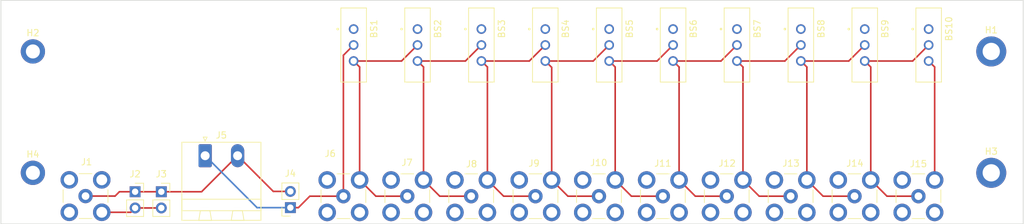
<source format=kicad_pcb>
(kicad_pcb (version 20221018) (generator pcbnew)
  (layers (0 "F.Cu" signal) (31 "B.Cu" signal) (34 "B.Paste" user) (35 "F.Paste" user) (36 "B.SilkS" user "B.Silkscreen") (37 "F.SilkS" user "F.Silkscreen") (38 "B.Mask" user) (39 "F.Mask" user) (44 "Edge.Cuts" user))
  (net 0 "")
  (net 1 "Net-(J1-In)")
  (net 3 "Net-(J6-Ext)")
  (net 5 "Net-(J7-Ext)")
  (net 7 "Net-(J8-Ext)")
  (net 9 "Net-(J10-In)")
  (net 11 "Net-(J10-Ext)")
  (net 13 "Net-(J11-Ext)")
  (net 15 "Net-(J12-Ext)")
  (net 17 "Net-(J13-Ext)")
  (net 19 "Net-(J14-Ext)")
  (net 21 "Net-(J1-Ext)")
  (net 22 "Net-(J4-Pin_1)")
  (footprint "footprints:SW_EG1218" (layer "F.Cu") (at 155.2 87 -90)
    (fp_text reference "BS4" (at -2.54 -3.175 90) (layer "F.SilkS"))
    (fp_text value "EG1218")
    (fp_line (start -5.8 -2) (end 5.8 -2) (stroke (width 0.127)) (layer "F.SilkS"))
    (fp_line (start -5.8 2) (end -5.8 -2) (stroke (width 0.127)) (layer "F.SilkS"))
    (fp_line (start 5.8 -2) (end 5.8 2) (stroke (width 0.127)) (layer "F.SilkS"))
    (fp_line (start 5.8 2) (end -5.8 2) (stroke (width 0.127)) (layer "F.SilkS"))
    (fp_circle (center -2.5 2.5) (end -2.4 2.5) (stroke (width 0.2)) (fill none) (layer "F.SilkS"))
    (pad "1" thru_hole circle (at -2.5 0 270) (size 1.508 1.508) (drill 1) (layers "*.Cu" "*.Mask"))
    (pad "2" thru_hole circle (at 0 0 270) (size 1.508 1.508) (drill 1) (layers "*.Cu" "*.Mask") (net 7 "Net-(J8-Ext)"))
    (pad "3" thru_hole circle (at 2.5 0 270) (size 1.508 1.508) (drill 1) (layers "*.Cu" "*.Mask") (net 9 "Net-(J10-In)"))
  )
  (footprint "MountingHole:MountingHole_2.7mm_M2.5_DIN965_Pad" (layer "F.Cu") (at 225 107)
    (fp_text reference "H3" (at 0 -3.35) (layer "F.SilkS"))
    (fp_text value "MountingHole")
    (pad "1" thru_hole circle (at 0 0) (size 4.7 4.7) (drill 2.7) (layers "*.Cu" "*.Mask"))
  )
  (footprint "footprints:SW_EG1218" (layer "F.Cu") (at 215.2 87 -90)
    (fp_text reference "BS10" (at -2.54 -3.175 90) (layer "F.SilkS"))
    (fp_text value "EG1218")
    (fp_line (start -5.8 -2) (end 5.8 -2) (stroke (width 0.127)) (layer "F.SilkS"))
    (fp_line (start -5.8 2) (end -5.8 -2) (stroke (width 0.127)) (layer "F.SilkS"))
    (fp_line (start 5.8 -2) (end 5.8 2) (stroke (width 0.127)) (layer "F.SilkS"))
    (fp_line (start 5.8 2) (end -5.8 2) (stroke (width 0.127)) (layer "F.SilkS"))
    (fp_circle (center -2.5 2.5) (end -2.4 2.5) (stroke (width 0.2)) (fill none) (layer "F.SilkS"))
    (pad "1" thru_hole circle (at -2.5 0 270) (size 1.508 1.508) (drill 1) (layers "*.Cu" "*.Mask"))
    (pad "2" thru_hole circle (at 0 0 270) (size 1.508 1.508) (drill 1) (layers "*.Cu" "*.Mask") (net 19 "Net-(J14-Ext)"))
    (pad "3" thru_hole circle (at 2.5 0 270) (size 1.508 1.508) (drill 1) (layers "*.Cu" "*.Mask") (net 21 "Net-(J1-Ext)"))
  )
  (footprint "MountingHole:MountingHole_2.7mm_M2.5_DIN965_Pad" (layer "F.Cu") (at 225 88)
    (fp_text reference "H1" (at 0 -3.35) (layer "F.SilkS"))
    (fp_text value "MountingHole")
    (pad "1" thru_hole circle (at 0 0) (size 4.7 4.7) (drill 2.7) (layers "*.Cu" "*.Mask"))
  )
  (footprint "footprints:SW_EG1218" (layer "F.Cu") (at 125.2 87 -90)
    (fp_text reference "BS1" (at -2.54 -3.175 90) (layer "F.SilkS"))
    (fp_text value "EG1218")
    (fp_line (start -5.8 -2) (end 5.8 -2) (stroke (width 0.127)) (layer "F.SilkS"))
    (fp_line (start -5.8 2) (end -5.8 -2) (stroke (width 0.127)) (layer "F.SilkS"))
    (fp_line (start 5.8 -2) (end 5.8 2) (stroke (width 0.127)) (layer "F.SilkS"))
    (fp_line (start 5.8 2) (end -5.8 2) (stroke (width 0.127)) (layer "F.SilkS"))
    (fp_circle (center -2.5 2.5) (end -2.4 2.5) (stroke (width 0.2)) (fill none) (layer "F.SilkS"))
    (pad "1" thru_hole circle (at -2.5 0 270) (size 1.508 1.508) (drill 1) (layers "*.Cu" "*.Mask"))
    (pad "2" thru_hole circle (at 0 0 270) (size 1.508 1.508) (drill 1) (layers "*.Cu" "*.Mask") (net 22 "Net-(J4-Pin_1)"))
    (pad "3" thru_hole circle (at 2.5 0 270) (size 1.508 1.508) (drill 1) (layers "*.Cu" "*.Mask") (net 3 "Net-(J6-Ext)"))
  )
  (footprint "footprints:SW_EG1218" (layer "F.Cu") (at 165.2 87 -90)
    (fp_text reference "BS5" (at -2.54 -3.175 90) (layer "F.SilkS"))
    (fp_text value "EG1218")
    (fp_line (start -5.8 -2) (end 5.8 -2) (stroke (width 0.127)) (layer "F.SilkS"))
    (fp_line (start -5.8 2) (end -5.8 -2) (stroke (width 0.127)) (layer "F.SilkS"))
    (fp_line (start 5.8 -2) (end 5.8 2) (stroke (width 0.127)) (layer "F.SilkS"))
    (fp_line (start 5.8 2) (end -5.8 2) (stroke (width 0.127)) (layer "F.SilkS"))
    (fp_circle (center -2.5 2.5) (end -2.4 2.5) (stroke (width 0.2)) (fill none) (layer "F.SilkS"))
    (pad "1" thru_hole circle (at -2.5 0 270) (size 1.508 1.508) (drill 1) (layers "*.Cu" "*.Mask"))
    (pad "2" thru_hole circle (at 0 0 270) (size 1.508 1.508) (drill 1) (layers "*.Cu" "*.Mask") (net 9 "Net-(J10-In)"))
    (pad "3" thru_hole circle (at 2.5 0 270) (size 1.508 1.508) (drill 1) (layers "*.Cu" "*.Mask") (net 11 "Net-(J10-Ext)"))
  )
  (footprint "Connector_Phoenix_MSTB:PhoenixContact_MSTBA_2,5_2-G-5,08_1x02_P5.08mm_Horizontal" (layer "F.Cu") (at 101.96 104.3225)
    (fp_text reference "J5" (at 2.54 -3.2) (layer "F.SilkS"))
    (fp_text value "PLC_EN")
    (fp_line (start -3.65 -2.11) (end -3.65 10.11) (stroke (width 0.12)) (layer "F.SilkS"))
    (fp_line (start -3.65 6.81) (end 8.73 6.81) (stroke (width 0.12)) (layer "F.SilkS"))
    (fp_line (start -3.65 8.61) (end -3.65 6.81) (stroke (width 0.12)) (layer "F.SilkS"))
    (fp_line (start -3.65 10.11) (end 8.73 10.11) (stroke (width 0.12)) (layer "F.SilkS"))
    (fp_line (start -1 10.11) (end 1 10.11) (stroke (width 0.12)) (layer "F.SilkS"))
    (fp_line (start -0.75 8.61) (end -1 10.11) (stroke (width 0.12)) (layer "F.SilkS"))
    (fp_line (start -0.3 -2.91) (end 0.3 -2.91) (stroke (width 0.12)) (layer "F.SilkS"))
    (fp_line (start 0 -2.31) (end -0.3 -2.91) (stroke (width 0.12)) (layer "F.SilkS"))
    (fp_line (start 0.3 -2.91) (end 0 -2.31) (stroke (width 0.12)) (layer "F.SilkS"))
    (fp_line (start 0.75 8.61) (end -0.75 8.61) (stroke (width 0.12)) (layer "F.SilkS"))
    (fp_line (start 1 10.11) (end 0.75 8.61) (stroke (width 0.12)) (layer "F.SilkS"))
    (fp_line (start 4.08 10.11) (end 6.08 10.11) (stroke (width 0.12)) (layer "F.SilkS"))
    (fp_line (start 4.33 8.61) (end 4.08 10.11) (stroke (width 0.12)) (layer "F.SilkS"))
    (fp_line (start 5.83 8.61) (end 4.33 8.61) (stroke (width 0.12)) (layer "F.SilkS"))
    (fp_line (start 6.08 10.11) (end 5.83 8.61) (stroke (width 0.12)) (layer "F.SilkS"))
    (fp_line (start 8.73 -2.11) (end -3.65 -2.11) (stroke (width 0.12)) (layer "F.SilkS"))
    (fp_line (start 8.73 6.81) (end 8.73 8.61) (stroke (width 0.12)) (layer "F.SilkS"))
    (fp_line (start 8.73 8.61) (end -3.65 8.61) (stroke (width 0.12)) (layer "F.SilkS"))
    (fp_line (start 8.73 10.11) (end 8.73 -2.11) (stroke (width 0.12)) (layer "F.SilkS"))
    (pad "1" thru_hole roundrect (at 0 0) (size 2.08 3.6) (drill 1.4) (layers "*.Cu" "*.Mask") (roundrect_rratio 0.1201918269) (net 22 "Net-(J4-Pin_1)"))
    (pad "2" thru_hole oval (at 5.08 0) (size 2.08 3.6) (drill 1.4) (layers "*.Cu" "*.Mask") (net 1 "Net-(J1-In)"))
  )
  (footprint "footprints:SW_EG1218" (layer "F.Cu") (at 185.2 87 -90)
    (fp_text reference "BS7" (at -2.54 -3.175 90) (layer "F.SilkS"))
    (fp_text value "EG1218")
    (fp_line (start -5.8 -2) (end 5.8 -2) (stroke (width 0.127)) (layer "F.SilkS"))
    (fp_line (start -5.8 2) (end -5.8 -2) (stroke (width 0.127)) (layer "F.SilkS"))
    (fp_line (start 5.8 -2) (end 5.8 2) (stroke (width 0.127)) (layer "F.SilkS"))
    (fp_line (start 5.8 2) (end -5.8 2) (stroke (width 0.127)) (layer "F.SilkS"))
    (fp_circle (center -2.5 2.5) (end -2.4 2.5) (stroke (width 0.2)) (fill none) (layer "F.SilkS"))
    (pad "1" thru_hole circle (at -2.5 0 270) (size 1.508 1.508) (drill 1) (layers "*.Cu" "*.Mask"))
    (pad "2" thru_hole circle (at 0 0 270) (size 1.508 1.508) (drill 1) (layers "*.Cu" "*.Mask") (net 13 "Net-(J11-Ext)"))
    (pad "3" thru_hole circle (at 2.5 0 270) (size 1.508 1.508) (drill 1) (layers "*.Cu" "*.Mask") (net 15 "Net-(J12-Ext)"))
  )
  (footprint "Connector_Coaxial:SMB_Jack_Vertical" (layer "F.Cu") (at 173.6 110.66 180)
    (fp_text reference "J11" (at 0 5.14) (layer "F.SilkS"))
    (fp_text value "OUT6")
    (fp_line (start -3.5052 1) (end -3.5052 -1) (stroke (width 0.12)) (layer "F.SilkS"))
    (fp_line (start -1 -3.5052) (end 1 -3.5052) (stroke (width 0.12)) (layer "F.SilkS"))
    (fp_line (start 1 3.5052) (end -1 3.5052) (stroke (width 0.12)) (layer "F.SilkS"))
    (fp_line (start 3.5052 -1) (end 3.5052 1) (stroke (width 0.12)) (layer "F.SilkS"))
    (pad "1" thru_hole circle (at 0 0 180) (size 2.24 2.24) (drill 1.2) (layers "*.Cu" "*.Mask") (net 11 "Net-(J10-Ext)"))
    (pad "2" thru_hole circle (at -2.54 -2.54 180) (size 2.74 2.74) (drill 1.7) (layers "*.Cu" "*.Mask") (net 13 "Net-(J11-Ext)"))
    (pad "2" thru_hole circle (at -2.54 2.54 180) (size 2.74 2.74) (drill 1.7) (layers "*.Cu" "*.Mask") (net 13 "Net-(J11-Ext)"))
    (pad "2" thru_hole circle (at 2.54 -2.54 180) (size 2.74 2.74) (drill 1.7) (layers "*.Cu" "*.Mask") (net 13 "Net-(J11-Ext)"))
    (pad "2" thru_hole circle (at 2.54 2.54 180) (size 2.74 2.74) (drill 1.7) (layers "*.Cu" "*.Mask") (net 13 "Net-(J11-Ext)"))
  )
  (footprint "footprints:SW_EG1218" (layer "F.Cu") (at 145.2 87 -90)
    (fp_text reference "BS3" (at -2.54 -3.175 90) (layer "F.SilkS"))
    (fp_text value "EG1218")
    (fp_line (start -5.8 -2) (end 5.8 -2) (stroke (width 0.127)) (layer "F.SilkS"))
    (fp_line (start -5.8 2) (end -5.8 -2) (stroke (width 0.127)) (layer "F.SilkS"))
    (fp_line (start 5.8 -2) (end 5.8 2) (stroke (width 0.127)) (layer "F.SilkS"))
    (fp_line (start 5.8 2) (end -5.8 2) (stroke (width 0.127)) (layer "F.SilkS"))
    (fp_circle (center -2.5 2.5) (end -2.4 2.5) (stroke (width 0.2)) (fill none) (layer "F.SilkS"))
    (pad "1" thru_hole circle (at -2.5 0 270) (size 1.508 1.508) (drill 1) (layers "*.Cu" "*.Mask"))
    (pad "2" thru_hole circle (at 0 0 270) (size 1.508 1.508) (drill 1) (layers "*.Cu" "*.Mask") (net 5 "Net-(J7-Ext)"))
    (pad "3" thru_hole circle (at 2.5 0 270) (size 1.508 1.508) (drill 1) (layers "*.Cu" "*.Mask") (net 7 "Net-(J8-Ext)"))
  )
  (footprint "Connector_Coaxial:SMB_Jack_Vertical" (layer "F.Cu") (at 153.66 110.66 180)
    (fp_text reference "J9" (at 0.22 5.14) (layer "F.SilkS"))
    (fp_text value "OUT4")
    (fp_line (start -3.5052 1) (end -3.5052 -1) (stroke (width 0.12)) (layer "F.SilkS"))
    (fp_line (start -1 -3.5052) (end 1 -3.5052) (stroke (width 0.12)) (layer "F.SilkS"))
    (fp_line (start 1 3.5052) (end -1 3.5052) (stroke (width 0.12)) (layer "F.SilkS"))
    (fp_line (start 3.5052 -1) (end 3.5052 1) (stroke (width 0.12)) (layer "F.SilkS"))
    (pad "1" thru_hole circle (at 0 0 180) (size 2.24 2.24) (drill 1.2) (layers "*.Cu" "*.Mask") (net 7 "Net-(J8-Ext)"))
    (pad "2" thru_hole circle (at -2.54 -2.54 180) (size 2.74 2.74) (drill 1.7) (layers "*.Cu" "*.Mask") (net 9 "Net-(J10-In)"))
    (pad "2" thru_hole circle (at -2.54 2.54 180) (size 2.74 2.74) (drill 1.7) (layers "*.Cu" "*.Mask") (net 9 "Net-(J10-In)"))
    (pad "2" thru_hole circle (at 2.54 -2.54 180) (size 2.74 2.74) (drill 1.7) (layers "*.Cu" "*.Mask") (net 9 "Net-(J10-In)"))
    (pad "2" thru_hole circle (at 2.54 2.54 180) (size 2.74 2.74) (drill 1.7) (layers "*.Cu" "*.Mask") (net 9 "Net-(J10-In)"))
  )
  (footprint "Connector_Coaxial:SMB_Jack_Vertical" (layer "F.Cu") (at 183.6 110.66 180)
    (fp_text reference "J12" (at -0.06 5.14) (layer "F.SilkS"))
    (fp_text value "OUT7")
    (fp_line (start -3.5052 1) (end -3.5052 -1) (stroke (width 0.12)) (layer "F.SilkS"))
    (fp_line (start -1 -3.5052) (end 1 -3.5052) (stroke (width 0.12)) (layer "F.SilkS"))
    (fp_line (start 1 3.5052) (end -1 3.5052) (stroke (width 0.12)) (layer "F.SilkS"))
    (fp_line (start 3.5052 -1) (end 3.5052 1) (stroke (width 0.12)) (layer "F.SilkS"))
    (pad "1" thru_hole circle (at 0 0 180) (size 2.24 2.24) (drill 1.2) (layers "*.Cu" "*.Mask") (net 13 "Net-(J11-Ext)"))
    (pad "2" thru_hole circle (at -2.54 -2.54 180) (size 2.74 2.74) (drill 1.7) (layers "*.Cu" "*.Mask") (net 15 "Net-(J12-Ext)"))
    (pad "2" thru_hole circle (at -2.54 2.54 180) (size 2.74 2.74) (drill 1.7) (layers "*.Cu" "*.Mask") (net 15 "Net-(J12-Ext)"))
    (pad "2" thru_hole circle (at 2.54 -2.54 180) (size 2.74 2.74) (drill 1.7) (layers "*.Cu" "*.Mask") (net 15 "Net-(J12-Ext)"))
    (pad "2" thru_hole circle (at 2.54 2.54 180) (size 2.74 2.74) (drill 1.7) (layers "*.Cu" "*.Mask") (net 15 "Net-(J12-Ext)"))
  )
  (footprint "Connector_Coaxial:SMB_Jack_Vertical" (layer "F.Cu") (at 83.24 110.64 180)
    (fp_text reference "J1" (at -0.16 5.34) (layer "F.SilkS"))
    (fp_text value "SL" hide)
    (fp_line (start -3.5052 1) (end -3.5052 -1) (stroke (width 0.12)) (layer "F.SilkS"))
    (fp_line (start -1 -3.5052) (end 1 -3.5052) (stroke (width 0.12)) (layer "F.SilkS"))
    (fp_line (start 1 3.5052) (end -1 3.5052) (stroke (width 0.12)) (layer "F.SilkS"))
    (fp_line (start 3.5052 -1) (end 3.5052 1) (stroke (width 0.12)) (layer "F.SilkS"))
    (pad "1" thru_hole circle (at 0 0 180) (size 2.24 2.24) (drill 1.2) (layers "*.Cu" "*.Mask") (net 1 "Net-(J1-In)"))
    (pad "2" thru_hole circle (at -2.54 -2.54 180) (size 2.74 2.74) (drill 1.7) (layers "*.Cu" "*.Mask") (net 21 "Net-(J1-Ext)"))
    (pad "2" thru_hole circle (at -2.54 2.54 180) (size 2.74 2.74) (drill 1.7) (layers "*.Cu" "*.Mask") (net 21 "Net-(J1-Ext)"))
    (pad "2" thru_hole circle (at 2.54 -2.54 180) (size 2.74 2.74) (drill 1.7) (layers "*.Cu" "*.Mask") (net 21 "Net-(J1-Ext)"))
    (pad "2" thru_hole circle (at 2.54 2.54 180) (size 2.74 2.74) (drill 1.7) (layers "*.Cu" "*.Mask") (net 21 "Net-(J1-Ext)"))
  )
  (footprint "footprints:SW_EG1218" (layer "F.Cu") (at 195.2 87 -90)
    (fp_text reference "BS8" (at -2.54 -3.175 90) (layer "F.SilkS"))
    (fp_text value "EG1218")
    (fp_line (start -5.8 -2) (end 5.8 -2) (stroke (width 0.127)) (layer "F.SilkS"))
    (fp_line (start -5.8 2) (end -5.8 -2) (stroke (width 0.127)) (layer "F.SilkS"))
    (fp_line (start 5.8 -2) (end 5.8 2) (stroke (width 0.127)) (layer "F.SilkS"))
    (fp_line (start 5.8 2) (end -5.8 2) (stroke (width 0.127)) (layer "F.SilkS"))
    (fp_circle (center -2.5 2.5) (end -2.4 2.5) (stroke (width 0.2)) (fill none) (layer "F.SilkS"))
    (pad "1" thru_hole circle (at -2.5 0 270) (size 1.508 1.508) (drill 1) (layers "*.Cu" "*.Mask"))
    (pad "2" thru_hole circle (at 0 0 270) (size 1.508 1.508) (drill 1) (layers "*.Cu" "*.Mask") (net 15 "Net-(J12-Ext)"))
    (pad "3" thru_hole circle (at 2.5 0 270) (size 1.508 1.508) (drill 1) (layers "*.Cu" "*.Mask") (net 17 "Net-(J13-Ext)"))
  )
  (footprint "footprints:SW_EG1218" (layer "F.Cu") (at 175.2 87 -90)
    (fp_text reference "BS6" (at -2.54 -3.175 90) (layer "F.SilkS"))
    (fp_text value "EG1218")
    (fp_line (start -5.8 -2) (end 5.8 -2) (stroke (width 0.127)) (layer "F.SilkS"))
    (fp_line (start -5.8 2) (end -5.8 -2) (stroke (width 0.127)) (layer "F.SilkS"))
    (fp_line (start 5.8 -2) (end 5.8 2) (stroke (width 0.127)) (layer "F.SilkS"))
    (fp_line (start 5.8 2) (end -5.8 2) (stroke (width 0.127)) (layer "F.SilkS"))
    (fp_circle (center -2.5 2.5) (end -2.4 2.5) (stroke (width 0.2)) (fill none) (layer "F.SilkS"))
    (pad "1" thru_hole circle (at -2.5 0 270) (size 1.508 1.508) (drill 1) (layers "*.Cu" "*.Mask"))
    (pad "2" thru_hole circle (at 0 0 270) (size 1.508 1.508) (drill 1) (layers "*.Cu" "*.Mask") (net 11 "Net-(J10-Ext)"))
    (pad "3" thru_hole circle (at 2.5 0 270) (size 1.508 1.508) (drill 1) (layers "*.Cu" "*.Mask") (net 13 "Net-(J11-Ext)"))
  )
  (footprint "footprints:SW_EG1218" (layer "F.Cu") (at 205.2 87 -90)
    (fp_text reference "BS9" (at -2.54 -3.175 90) (layer "F.SilkS"))
    (fp_text value "EG1218")
    (fp_line (start -5.8 -2) (end 5.8 -2) (stroke (width 0.127)) (layer "F.SilkS"))
    (fp_line (start -5.8 2) (end -5.8 -2) (stroke (width 0.127)) (layer "F.SilkS"))
    (fp_line (start 5.8 -2) (end 5.8 2) (stroke (width 0.127)) (layer "F.SilkS"))
    (fp_line (start 5.8 2) (end -5.8 2) (stroke (width 0.127)) (layer "F.SilkS"))
    (fp_circle (center -2.5 2.5) (end -2.4 2.5) (stroke (width 0.2)) (fill none) (layer "F.SilkS"))
    (pad "1" thru_hole circle (at -2.5 0 270) (size 1.508 1.508) (drill 1) (layers "*.Cu" "*.Mask"))
    (pad "2" thru_hole circle (at 0 0 270) (size 1.508 1.508) (drill 1) (layers "*.Cu" "*.Mask") (net 17 "Net-(J13-Ext)"))
    (pad "3" thru_hole circle (at 2.5 0 270) (size 1.508 1.508) (drill 1) (layers "*.Cu" "*.Mask") (net 19 "Net-(J14-Ext)"))
  )
  (footprint "Connector_Coaxial:SMB_Jack_Vertical" (layer "F.Cu") (at 123.6 110.66 180)
    (fp_text reference "J6" (at 2.06 6.66) (layer "F.SilkS"))
    (fp_text value "OUT1")
    (fp_line (start -3.5052 1) (end -3.5052 -1) (stroke (width 0.12)) (layer "F.SilkS"))
    (fp_line (start -1 -3.5052) (end 1 -3.5052) (stroke (width 0.12)) (layer "F.SilkS"))
    (fp_line (start 1 3.5052) (end -1 3.5052) (stroke (width 0.12)) (layer "F.SilkS"))
    (fp_line (start 3.5052 -1) (end 3.5052 1) (stroke (width 0.12)) (layer "F.SilkS"))
    (pad "1" thru_hole circle (at 0 0 180) (size 2.24 2.24) (drill 1.2) (layers "*.Cu" "*.Mask") (net 22 "Net-(J4-Pin_1)"))
    (pad "2" thru_hole circle (at -2.54 -2.54 180) (size 2.74 2.74) (drill 1.7) (layers "*.Cu" "*.Mask") (net 3 "Net-(J6-Ext)"))
    (pad "2" thru_hole circle (at -2.54 2.54 180) (size 2.74 2.74) (drill 1.7) (layers "*.Cu" "*.Mask") (net 3 "Net-(J6-Ext)"))
    (pad "2" thru_hole circle (at 2.54 -2.54 180) (size 2.74 2.74) (drill 1.7) (layers "*.Cu" "*.Mask") (net 3 "Net-(J6-Ext)"))
    (pad "2" thru_hole circle (at 2.54 2.54 180) (size 2.74 2.74) (drill 1.7) (layers "*.Cu" "*.Mask") (net 3 "Net-(J6-Ext)"))
  )
  (footprint "Connector_Coaxial:SMB_Jack_Vertical" (layer "F.Cu") (at 133.6 110.66 180)
    (fp_text reference "J7" (at 0.04 5.26) (layer "F.SilkS"))
    (fp_text value "OUT2")
    (fp_line (start -3.5052 1) (end -3.5052 -1) (stroke (width 0.12)) (layer "F.SilkS"))
    (fp_line (start -1 -3.5052) (end 1 -3.5052) (stroke (width 0.12)) (layer "F.SilkS"))
    (fp_line (start 1 3.5052) (end -1 3.5052) (stroke (width 0.12)) (layer "F.SilkS"))
    (fp_line (start 3.5052 -1) (end 3.5052 1) (stroke (width 0.12)) (layer "F.SilkS"))
    (pad "1" thru_hole circle (at 0 0 180) (size 2.24 2.24) (drill 1.2) (layers "*.Cu" "*.Mask") (net 3 "Net-(J6-Ext)"))
    (pad "2" thru_hole circle (at -2.54 -2.54 180) (size 2.74 2.74) (drill 1.7) (layers "*.Cu" "*.Mask") (net 5 "Net-(J7-Ext)"))
    (pad "2" thru_hole circle (at -2.54 2.54 180) (size 2.74 2.74) (drill 1.7) (layers "*.Cu" "*.Mask") (net 5 "Net-(J7-Ext)"))
    (pad "2" thru_hole circle (at 2.54 -2.54 180) (size 2.74 2.74) (drill 1.7) (layers "*.Cu" "*.Mask") (net 5 "Net-(J7-Ext)"))
    (pad "2" thru_hole circle (at 2.54 2.54 180) (size 2.74 2.74) (drill 1.7) (layers "*.Cu" "*.Mask") (net 5 "Net-(J7-Ext)"))
  )
  (footprint "Connector_PinSocket_2.54mm:PinSocket_1x02_P2.54mm_Vertical" (layer "F.Cu") (at 91 109.96)
    (fp_text reference "J2" (at 0 -2.77) (layer "F.SilkS"))
    (fp_text value "Filter_Cap" hide)
    (fp_line (start -1.33 1.27) (end -1.33 3.87) (stroke (width 0.12)) (layer "F.SilkS"))
    (fp_line (start -1.33 1.27) (end 1.33 1.27) (stroke (width 0.12)) (layer "F.SilkS"))
    (fp_line (start -1.33 3.87) (end 1.33 3.87) (stroke (width 0.12)) (layer "F.SilkS"))
    (fp_line (start 0 -1.33) (end 1.33 -1.33) (stroke (width 0.12)) (layer "F.SilkS"))
    (fp_line (start 1.33 -1.33) (end 1.33 0) (stroke (width 0.12)) (layer "F.SilkS"))
    (fp_line (start 1.33 1.27) (end 1.33 3.87) (stroke (width 0.12)) (layer "F.SilkS"))
    (pad "1" thru_hole rect (at 0 0) (size 1.7 1.7) (drill 1) (layers "*.Cu" "*.Mask") (net 1 "Net-(J1-In)"))
    (pad "2" thru_hole oval (at 0 2.54) (size 1.7 1.7) (drill 1) (layers "*.Cu" "*.Mask") (net 21 "Net-(J1-Ext)"))
  )
  (footprint "Connector_Coaxial:SMB_Jack_Vertical" (layer "F.Cu") (at 213.6 110.66 180)
    (fp_text reference "J15" (at 0 5.06) (layer "F.SilkS"))
    (fp_text value "OUT10")
    (fp_line (start -3.5052 1) (end -3.5052 -1) (stroke (width 0.12)) (layer "F.SilkS"))
    (fp_line (start -1 -3.5052) (end 1 -3.5052) (stroke (width 0.12)) (layer "F.SilkS"))
    (fp_line (start 1 3.5052) (end -1 3.5052) (stroke (width 0.12)) (layer "F.SilkS"))
    (fp_line (start 3.5052 -1) (end 3.5052 1) (stroke (width 0.12)) (layer "F.SilkS"))
    (pad "1" thru_hole circle (at 0 0 180) (size 2.24 2.24) (drill 1.2) (layers "*.Cu" "*.Mask") (net 19 "Net-(J14-Ext)"))
    (pad "2" thru_hole circle (at -2.54 -2.54 180) (size 2.74 2.74) (drill 1.7) (layers "*.Cu" "*.Mask") (net 21 "Net-(J1-Ext)"))
    (pad "2" thru_hole circle (at -2.54 2.54 180) (size 2.74 2.74) (drill 1.7) (layers "*.Cu" "*.Mask") (net 21 "Net-(J1-Ext)"))
    (pad "2" thru_hole circle (at 2.54 -2.54 180) (size 2.74 2.74) (drill 1.7) (layers "*.Cu" "*.Mask") (net 21 "Net-(J1-Ext)"))
    (pad "2" thru_hole circle (at 2.54 2.54 180) (size 2.74 2.74) (drill 1.7) (layers "*.Cu" "*.Mask") (net 21 "Net-(J1-Ext)"))
  )
  (footprint "Connector_Coaxial:SMB_Jack_Vertical" (layer "F.Cu") (at 203.6 110.66 180)
    (fp_text reference "J14" (at -0.06 5.14) (layer "F.SilkS"))
    (fp_text value "OUT9")
    (fp_line (start -3.5052 1) (end -3.5052 -1) (stroke (width 0.12)) (layer "F.SilkS"))
    (fp_line (start -1 -3.5052) (end 1 -3.5052) (stroke (width 0.12)) (layer "F.SilkS"))
    (fp_line (start 1 3.5052) (end -1 3.5052) (stroke (width 0.12)) (layer "F.SilkS"))
    (fp_line (start 3.5052 -1) (end 3.5052 1) (stroke (width 0.12)) (layer "F.SilkS"))
    (pad "1" thru_hole circle (at 0 0 180) (size 2.24 2.24) (drill 1.2) (layers "*.Cu" "*.Mask") (net 17 "Net-(J13-Ext)"))
    (pad "2" thru_hole circle (at -2.54 -2.54 180) (size 2.74 2.74) (drill 1.7) (layers "*.Cu" "*.Mask") (net 19 "Net-(J14-Ext)"))
    (pad "2" thru_hole circle (at -2.54 2.54 180) (size 2.74 2.74) (drill 1.7) (layers "*.Cu" "*.Mask") (net 19 "Net-(J14-Ext)"))
    (pad "2" thru_hole circle (at 2.54 -2.54 180) (size 2.74 2.74) (drill 1.7) (layers "*.Cu" "*.Mask") (net 19 "Net-(J14-Ext)"))
    (pad "2" thru_hole circle (at 2.54 2.54 180) (size 2.74 2.74) (drill 1.7) (layers "*.Cu" "*.Mask") (net 19 "Net-(J14-Ext)"))
  )
  (footprint "Connector_Coaxial:SMB_Jack_Vertical" (layer "F.Cu") (at 193.6 110.66 180)
    (fp_text reference "J13" (at -0.06 5.14) (layer "F.SilkS"))
    (fp_text value "OUT8")
    (fp_line (start -3.5052 1) (end -3.5052 -1) (stroke (width 0.12)) (layer "F.SilkS"))
    (fp_line (start -1 -3.5052) (end 1 -3.5052) (stroke (width 0.12)) (layer "F.SilkS"))
    (fp_line (start 1 3.5052) (end -1 3.5052) (stroke (width 0.12)) (layer "F.SilkS"))
    (fp_line (start 3.5052 -1) (end 3.5052 1) (stroke (width 0.12)) (layer "F.SilkS"))
    (pad "1" thru_hole circle (at 0 0 180) (size 2.24 2.24) (drill 1.2) (layers "*.Cu" "*.Mask") (net 15 "Net-(J12-Ext)"))
    (pad "2" thru_hole circle (at -2.54 -2.54 180) (size 2.74 2.74) (drill 1.7) (layers "*.Cu" "*.Mask") (net 17 "Net-(J13-Ext)"))
    (pad "2" thru_hole circle (at -2.54 2.54 180) (size 2.74 2.74) (drill 1.7) (layers "*.Cu" "*.Mask") (net 17 "Net-(J13-Ext)"))
    (pad "2" thru_hole circle (at 2.54 -2.54 180) (size 2.74 2.74) (drill 1.7) (layers "*.Cu" "*.Mask") (net 17 "Net-(J13-Ext)"))
    (pad "2" thru_hole circle (at 2.54 2.54 180) (size 2.74 2.74) (drill 1.7) (layers "*.Cu" "*.Mask") (net 17 "Net-(J13-Ext)"))
  )
  (footprint "MountingHole:MountingHole_2.2mm_M2_DIN965_Pad" (layer "F.Cu") (at 75 107)
    (fp_text reference "H4" (at 0 -2.9) (layer "F.SilkS"))
    (fp_text value "MountingHole")
    (pad "1" thru_hole circle (at 0 0) (size 3.8 3.8) (drill 2.2) (layers "*.Cu" "*.Mask"))
  )
  (footprint "Connector_Coaxial:SMB_Jack_Vertical" (layer "F.Cu") (at 163.6 110.66 180)
    (fp_text reference "J10" (at 0.04 5.24) (layer "F.SilkS"))
    (fp_text value "OUT5")
    (fp_line (start -3.5052 1) (end -3.5052 -1) (stroke (width 0.12)) (layer "F.SilkS"))
    (fp_line (start -1 -3.5052) (end 1 -3.5052) (stroke (width 0.12)) (layer "F.SilkS"))
    (fp_line (start 1 3.5052) (end -1 3.5052) (stroke (width 0.12)) (layer "F.SilkS"))
    (fp_line (start 3.5052 -1) (end 3.5052 1) (stroke (width 0.12)) (layer "F.SilkS"))
    (pad "1" thru_hole circle (at 0 0 180) (size 2.24 2.24) (drill 1.2) (layers "*.Cu" "*.Mask") (net 9 "Net-(J10-In)"))
    (pad "2" thru_hole circle (at -2.54 -2.54 180) (size 2.74 2.74) (drill 1.7) (layers "*.Cu" "*.Mask") (net 11 "Net-(J10-Ext)"))
    (pad "2" thru_hole circle (at -2.54 2.54 180) (size 2.74 2.74) (drill 1.7) (layers "*.Cu" "*.Mask") (net 11 "Net-(J10-Ext)"))
    (pad "2" thru_hole circle (at 2.54 -2.54 180) (size 2.74 2.74) (drill 1.7) (layers "*.Cu" "*.Mask") (net 11 "Net-(J10-Ext)"))
    (pad "2" thru_hole circle (at 2.54 2.54 180) (size 2.74 2.74) (drill 1.7) (layers "*.Cu" "*.Mask") (net 11 "Net-(J10-Ext)"))
  )
  (footprint "Connector_PinSocket_2.54mm:PinSocket_1x02_P2.54mm_Vertical" (layer "F.Cu") (at 115.3 112.45 180)
    (fp_text reference "J4" (at 0 5.35) (layer "F.SilkS"))
    (fp_text value "Filter_Cap")
    (fp_line (start -1.33 1.27) (end -1.33 3.87) (stroke (width 0.12)) (layer "F.SilkS"))
    (fp_line (start -1.33 1.27) (end 1.33 1.27) (stroke (width 0.12)) (layer "F.SilkS"))
    (fp_line (start -1.33 3.87) (end 1.33 3.87) (stroke (width 0.12)) (layer "F.SilkS"))
    (fp_line (start 0 -1.33) (end 1.33 -1.33) (stroke (width 0.12)) (layer "F.SilkS"))
    (fp_line (start 1.33 -1.33) (end 1.33 0) (stroke (width 0.12)) (layer "F.SilkS"))
    (fp_line (start 1.33 1.27) (end 1.33 3.87) (stroke (width 0.12)) (layer "F.SilkS"))
    (pad "1" thru_hole rect (at 0 0 180) (size 1.7 1.7) (drill 1) (layers "*.Cu" "*.Mask") (net 22 "Net-(J4-Pin_1)"))
    (pad "2" thru_hole oval (at 0 2.54 180) (size 1.7 1.7) (drill 1) (layers "*.Cu" "*.Mask") (net 1 "Net-(J1-In)"))
  )
  (footprint "footprints:SW_EG1218" (layer "F.Cu") (at 135.2 87 -90)
    (fp_text reference "BS2" (at -2.54 -3.175 90) (layer "F.SilkS"))
    (fp_text value "EG1218")
    (fp_line (start -5.8 -2) (end 5.8 -2) (stroke (width 0.127)) (layer "F.SilkS"))
    (fp_line (start -5.8 2) (end -5.8 -2) (stroke (width 0.127)) (layer "F.SilkS"))
    (fp_line (start 5.8 -2) (end 5.8 2) (stroke (width 0.127)) (layer "F.SilkS"))
    (fp_line (start 5.8 2) (end -5.8 2) (stroke (width 0.127)) (layer "F.SilkS"))
    (fp_circle (center -2.5 2.5) (end -2.4 2.5) (stroke (width 0.2)) (fill none) (layer "F.SilkS"))
    (pad "1" thru_hole circle (at -2.5 0 270) (size 1.508 1.508) (drill 1) (layers "*.Cu" "*.Mask"))
    (pad "2" thru_hole circle (at 0 0 270) (size 1.508 1.508) (drill 1) (layers "*.Cu" "*.Mask") (net 3 "Net-(J6-Ext)"))
    (pad "3" thru_hole circle (at 2.5 0 270) (size 1.508 1.508) (drill 1) (layers "*.Cu" "*.Mask") (net 5 "Net-(J7-Ext)"))
  )
  (footprint "MountingHole:MountingHole_2.2mm_M2_DIN965_Pad" (layer "F.Cu") (at 75 88)
    (fp_text reference "H2" (at 0 -2.9) (layer "F.SilkS"))
    (fp_text value "MountingHole")
    (pad "1" thru_hole circle (at 0 0) (size 3.8 3.8) (drill 2.2) (layers "*.Cu" "*.Mask"))
  )
  (footprint "Connector_Coaxial:SMB_Jack_Vertical" (layer "F.Cu") (at 143.6 110.66 180)
    (fp_text reference "J8" (at -0.06 5.04) (layer "F.SilkS"))
    (fp_text value "OUT3")
    (fp_line (start -3.5052 1) (end -3.5052 -1) (stroke (width 0.12)) (layer "F.SilkS"))
    (fp_line (start -1 -3.5052) (end 1 -3.5052) (stroke (width 0.12)) (layer "F.SilkS"))
    (fp_line (start 1 3.5052) (end -1 3.5052) (stroke (width 0.12)) (layer "F.SilkS"))
    (fp_line (start 3.5052 -1) (end 3.5052 1) (stroke (width 0.12)) (layer "F.SilkS"))
    (pad "1" thru_hole circle (at 0 0 180) (size 2.24 2.24) (drill 1.2) (layers "*.Cu" "*.Mask") (net 5 "Net-(J7-Ext)"))
    (pad "2" thru_hole circle (at -2.54 -2.54 180) (size 2.74 2.74) (drill 1.7) (layers "*.Cu" "*.Mask") (net 7 "Net-(J8-Ext)"))
    (pad "2" thru_hole circle (at -2.54 2.54 180) (size 2.74 2.74) (drill 1.7) (layers "*.Cu" "*.Mask") (net 7 "Net-(J8-Ext)"))
    (pad "2" thru_hole circle (at 2.54 -2.54 180) (size 2.74 2.74) (drill 1.7) (layers "*.Cu" "*.Mask") (net 7 "Net-(J8-Ext)"))
    (pad "2" thru_hole circle (at 2.54 2.54 180) (size 2.74 2.74) (drill 1.7) (layers "*.Cu" "*.Mask") (net 7 "Net-(J8-Ext)"))
  )
  (footprint "Connector_PinSocket_2.54mm:PinSocket_1x02_P2.54mm_Vertical" (layer "F.Cu") (at 95.1 109.96)
    (fp_text reference "J3" (at 0 -2.77) (layer "F.SilkS"))
    (fp_text value "Filter_Cap")
    (fp_line (start -1.33 1.27) (end -1.33 3.87) (stroke (width 0.12)) (layer "F.SilkS"))
    (fp_line (start -1.33 1.27) (end 1.33 1.27) (stroke (width 0.12)) (layer "F.SilkS"))
    (fp_line (start -1.33 3.87) (end 1.33 3.87) (stroke (width 0.12)) (layer "F.SilkS"))
    (fp_line (start 0 -1.33) (end 1.33 -1.33) (stroke (width 0.12)) (layer "F.SilkS"))
    (fp_line (start 1.33 -1.33) (end 1.33 0) (stroke (width 0.12)) (layer "F.SilkS"))
    (fp_line (start 1.33 1.27) (end 1.33 3.87) (stroke (width 0.12)) (layer "F.SilkS"))
    (pad "1" thru_hole rect (at 0 0) (size 1.7 1.7) (drill 1) (layers "*.Cu" "*.Mask") (net 1 "Net-(J1-In)"))
    (pad "2" thru_hole oval (at 0 2.54) (size 1.7 1.7) (drill 1) (layers "*.Cu" "*.Mask") (net 21 "Net-(J1-Ext)"))
  )
  (gr_line (start 230 80) (end 230 115) (stroke (width 0.1)) (layer "Edge.Cuts"))
  (gr_line (start 230 115) (end 70 115) (stroke (width 0.1)) (layer "Edge.Cuts"))
  (gr_line (start 70 115) (end 70 80) (stroke (width 0.1)) (layer "Edge.Cuts"))
  (gr_line (start 70 80) (end 230 80) (stroke (width 0.1)) (layer "Edge.Cuts"))
  (segment (start 107.04 104.3225) (end 112.6275 109.91) (width 0.25) (layer "F.Cu") (net 1))
  (segment (start 101.4025 109.96) (end 107.04 104.3225) (width 0.25) (layer "F.Cu") (net 1))
  (segment (start 87.86 110.64) (end 88.54 109.96) (width 0.25) (layer "F.Cu") (net 1))
  (segment (start 91 109.96) (end 95.1 109.96) (width 0.25) (layer "F.Cu") (net 1))
  (segment (start 83.24 110.64) (end 87.86 110.64) (width 0.25) (layer "F.Cu") (net 1))
  (segment (start 88.54 109.96) (end 91 109.96) (width 0.25) (layer "F.Cu") (net 1))
  (segment (start 95.1 109.96) (end 101.4025 109.96) (width 0.25) (layer "F.Cu") (net 1))
  (segment (start 112.6275 109.91) (end 115.3 109.91) (width 0.25) (layer "F.Cu") (net 1))
  (segment (start 126.14 108.12) (end 128.68 110.66) (width 0.25) (layer "F.Cu") (net 3))
  (segment (start 126.14 90.44) (end 125.2 89.5) (width 0.25) (layer "F.Cu") (net 3))
  (segment (start 126.14 108.12) (end 126.14 90.44) (width 0.25) (layer "F.Cu") (net 3))
  (segment (start 128.68 110.66) (end 133.6 110.66) (width 0.25) (layer "F.Cu") (net 3))
  (segment (start 125.2 89.5) (end 132.7 89.5) (width 0.25) (layer "F.Cu") (net 3))
  (segment (start 132.7 89.5) (end 135.2 87) (width 0.25) (layer "F.Cu") (net 3))
  (segment (start 136.14 108.12) (end 138.68 110.66) (width 0.25) (layer "F.Cu") (net 5))
  (segment (start 136.14 90.44) (end 135.2 89.5) (width 0.25) (layer "F.Cu") (net 5))
  (segment (start 135.2 89.5) (end 142.7 89.5) (width 0.25) (layer "F.Cu") (net 5))
  (segment (start 142.7 89.5) (end 145.2 87) (width 0.25) (layer "F.Cu") (net 5))
  (segment (start 136.14 108.12) (end 136.14 90.44) (width 0.25) (layer "F.Cu") (net 5))
  (segment (start 138.68 110.66) (end 143.6 110.66) (width 0.25) (layer "F.Cu") (net 5))
  (segment (start 146.14 108.12) (end 148.68 110.66) (width 0.25) (layer "F.Cu") (net 7))
  (segment (start 145.2 89.5) (end 152.7 89.5) (width 0.25) (layer "F.Cu") (net 7))
  (segment (start 146.14 108.12) (end 146.14 90.44) (width 0.25) (layer "F.Cu") (net 7))
  (segment (start 152.7 89.5) (end 155.2 87) (width 0.25) (layer "F.Cu") (net 7))
  (segment (start 146.14 90.44) (end 145.2 89.5) (width 0.25) (layer "F.Cu") (net 7))
  (segment (start 148.68 110.66) (end 153.66 110.66) (width 0.25) (layer "F.Cu") (net 7))
  (segment (start 155.2 89.5) (end 162.7 89.5) (width 0.25) (layer "F.Cu") (net 9))
  (segment (start 156.2 90.5) (end 156.2 108.12) (width 0.25) (layer "F.Cu") (net 9))
  (segment (start 158.74 110.66) (end 163.6 110.66) (width 0.25) (layer "F.Cu") (net 9))
  (segment (start 155.2 89.5) (end 156.2 90.5) (width 0.25) (layer "F.Cu") (net 9))
  (segment (start 162.7 89.5) (end 165.2 87) (width 0.25) (layer "F.Cu") (net 9))
  (segment (start 156.2 108.12) (end 158.74 110.66) (width 0.25) (layer "F.Cu") (net 9))
  (segment (start 168.68 110.66) (end 173.6 110.66) (width 0.25) (layer "F.Cu") (net 11))
  (segment (start 166.14 90.44) (end 165.2 89.5) (width 0.25) (layer "F.Cu") (net 11))
  (segment (start 172.7 89.5) (end 175.2 87) (width 0.25) (layer "F.Cu") (net 11))
  (segment (start 165.2 89.5) (end 172.7 89.5) (width 0.25) (layer "F.Cu") (net 11))
  (segment (start 166.14 108.12) (end 168.68 110.66) (width 0.25) (layer "F.Cu") (net 11))
  (segment (start 166.14 108.12) (end 166.14 90.44) (width 0.25) (layer "F.Cu") (net 11))
  (segment (start 182.7 89.5) (end 185.2 87) (width 0.25) (layer "F.Cu") (net 13))
  (segment (start 176.14 108.12) (end 176.14 90.44) (width 0.25) (layer "F.Cu") (net 13))
  (segment (start 175.2 89.5) (end 182.7 89.5) (width 0.25) (layer "F.Cu") (net 13))
  (segment (start 176.14 90.44) (end 175.2 89.5) (width 0.25) (layer "F.Cu") (net 13))
  (segment (start 178.68 110.66) (end 183.6 110.66) (width 0.25) (layer "F.Cu") (net 13))
  (segment (start 176.14 108.12) (end 178.68 110.66) (width 0.25) (layer "F.Cu") (net 13))
  (segment (start 186.14 90.44) (end 185.2 89.5) (width 0.25) (layer "F.Cu") (net 15))
  (segment (start 188.68 110.66) (end 193.6 110.66) (width 0.25) (layer "F.Cu") (net 15))
  (segment (start 192.7 89.5) (end 195.2 87) (width 0.25) (layer "F.Cu") (net 15))
  (segment (start 185.2 89.5) (end 192.7 89.5) (width 0.25) (layer "F.Cu") (net 15))
  (segment (start 186.14 108.12) (end 186.14 90.44) (width 0.25) (layer "F.Cu") (net 15))
  (segment (start 186.14 108.12) (end 188.68 110.66) (width 0.25) (layer "F.Cu") (net 15))
  (segment (start 196.14 90.44) (end 195.2 89.5) (width 0.25) (layer "F.Cu") (net 17))
  (segment (start 198.68 110.66) (end 203.6 110.66) (width 0.25) (layer "F.Cu") (net 17))
  (segment (start 196.14 108.12) (end 198.68 110.66) (width 0.25) (layer "F.Cu") (net 17))
  (segment (start 202.7 89.5) (end 205.2 87) (width 0.25) (layer "F.Cu") (net 17))
  (segment (start 196.14 108.12) (end 196.14 90.44) (width 0.25) (layer "F.Cu") (net 17))
  (segment (start 195.2 89.5) (end 202.7 89.5) (width 0.25) (layer "F.Cu") (net 17))
  (segment (start 208.68 110.66) (end 213.6 110.66) (width 0.25) (layer "F.Cu") (net 19))
  (segment (start 206.14 90.44) (end 205.2 89.5) (width 0.25) (layer "F.Cu") (net 19))
  (segment (start 206.14 108.12) (end 206.14 90.44) (width 0.25) (layer "F.Cu") (net 19))
  (segment (start 205.2 89.5) (end 212.7 89.5) (width 0.25) (layer "F.Cu") (net 19))
  (segment (start 212.7 89.5) (end 215.2 87) (width 0.25) (layer "F.Cu") (net 19))
  (segment (start 206.14 108.12) (end 208.68 110.66) (width 0.25) (layer "F.Cu") (net 19))
  (segment (start 85.78 113.18) (end 90.32 113.18) (width 0.25) (layer "F.Cu") (net 21))
  (segment (start 216.14 108.12) (end 216.14 90.44) (width 0.25) (layer "F.Cu") (net 21))
  (segment (start 216.14 90.44) (end 215.2 89.5) (width 0.25) (layer "F.Cu") (net 21))
  (segment (start 91 112.5) (end 95.1 112.5) (width 0.25) (layer "F.Cu") (net 21))
  (segment (start 90.32 113.18) (end 91 112.5) (width 0.25) (layer "F.Cu") (net 21))
  (segment (start 123.6 110.66) (end 123.6 88.6) (width 0.25) (layer "F.Cu") (net 22))
  (segment (start 123.6 88.6) (end 125.2 87) (width 0.25) (layer "F.Cu") (net 22))
  (segment (start 118.34 110.66) (end 123.6 110.66) (width 0.25) (layer "F.Cu") (net 22))
  (segment (start 116.55 112.45) (end 118.34 110.66) (width 0.25) (layer "F.Cu") (net 22))
  (segment (start 115.3 112.45) (end 116.55 112.45) (width 0.25) (layer "F.Cu") (net 22))
  (segment (start 110.0875 112.45) (end 115.3 112.45) (width 0.25) (layer "B.Cu") (net 22))
  (segment (start 101.96 104.3225) (end 110.0875 112.45) (width 0.25) (layer "B.Cu") (net 22))
)
</source>
